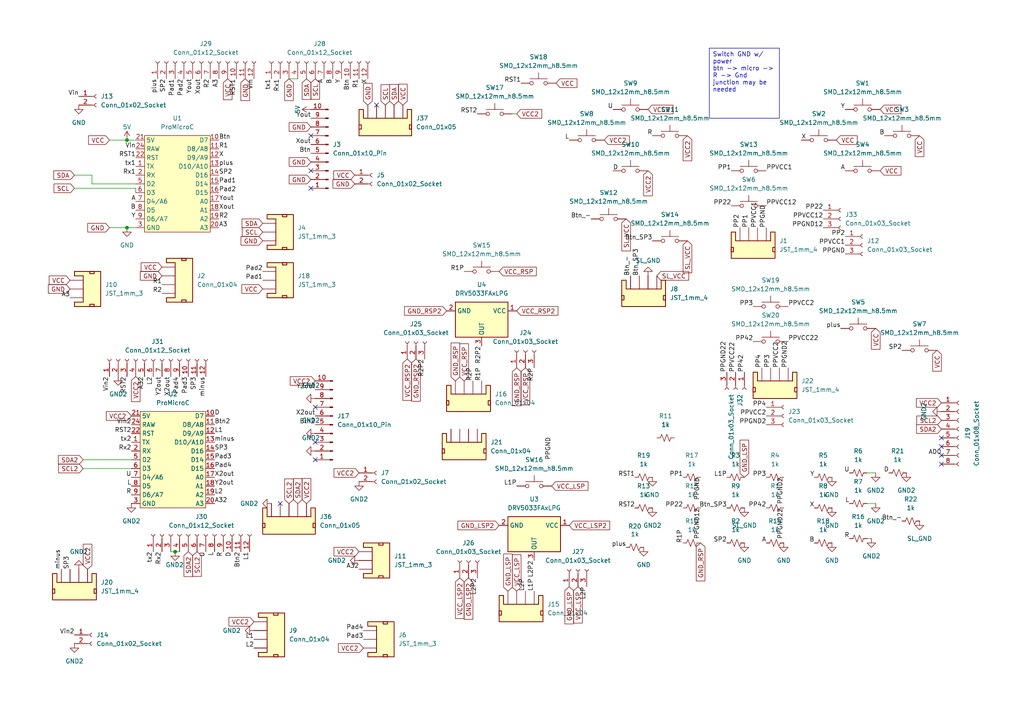
<source format=kicad_sch>
(kicad_sch (version 20250114) (generator "eeschema") (generator_version "9.0")
  (paper "A4")
  (text_box "Switch GND w/ power \nbtn -> micro -> R -> Gnd\njunction may be needed " (at 205.74 13.97 0) (size 20.32 20.32) (margins 0.9525 0.9525 0.9525 0.9525) (effects (font (size 1.27 1.27)) (justify left top)))
  (junction (at 50.8 160.02))
  (junction (at 36.83 66.04))
  (junction (at 36.83 40.64))
  (no_connect (at 273.05 134.62))
  (no_connect (at 273.05 129.54))
  (no_connect (at 91.44 133.35))
  (no_connect (at 90.17 49.53))
  (no_connect (at 90.17 54.61))
  (no_connect (at 90.17 39.37))
  (no_connect (at 109.22 30.48))
  (no_connect (at 91.44 118.11))
  (no_connect (at 273.05 127))
  (no_connect (at 273.05 132.08))
  (no_connect (at 91.44 128.27))
  (no_connect (at 81.28 146.05))
  (wire (pts (xy 21.59 54.61) (xy 39.37 54.61)))
  (wire (pts (xy 24.13 133.35) (xy 38.1 133.35)))
  (wire (pts (xy 31.75 66.04) (xy 36.83 66.04)))
  (wire (pts (xy 21.59 50.8) (xy 26.67 50.8)))
  (wire (pts (xy 36.83 40.64) (xy 39.37 40.64)))
  (wire (pts (xy 254 146.05) (xy 251.46 146.05)))
  (wire (pts (xy 36.83 66.04) (xy 39.37 66.04)))
  (wire (pts (xy 49.53 160.02) (xy 50.8 160.02)))
  (wire (pts (xy 254 137.16) (xy 251.46 137.16)))
  (wire (pts (xy 39.37 54.61) (xy 39.37 55.88)))
  (wire (pts (xy 24.13 135.89) (xy 38.1 135.89)))
  (wire (pts (xy 149.86 33.02) (xy 148.59 33.02)))
  (wire (pts (xy 26.67 53.34) (xy 39.37 53.34)))
  (wire (pts (xy 252.73 156.21) (xy 251.46 156.21)))
  (wire (pts (xy 50.8 160.02) (xy 52.07 160.02)))
  (wire (pts (xy 83.82 22.86) (xy 86.36 22.86)))
  (wire (pts (xy 26.67 50.8) (xy 26.67 53.34)))
  (wire (pts (xy 31.75 40.64) (xy 36.83 40.64)))
  (label "Pad1" (at 76.2 81.28 180))
  (label "PPGND12" (at 203.2 147.32 270))
  (label "A" (at 39.37 58.42 180))
  (label "PPVCC12" (at 238.76 63.5 180))
  (label "Y" (at 39.37 63.5 180))
  (label "PP3" (at 218.44 88.9 180))
  (label "Rx1" (at 81.28 22.86 270))
  (label "L2P" (at 152.4 171.45 90))
  (label "PPVCC1" (at 219.71 66.04 90))
  (label "plus" (at 243.84 95.25 180))
  (label "PPGND12" (at 238.76 66.04 180))
  (label "Btn_-" (at 171.45 63.5 180))
  (label "tx1" (at 39.37 48.26 180))
  (label "tx1" (at 78.74 22.86 270))
  (label "Vin2" (at 31.75 109.22 270))
  (label "L2P2" (at 154.94 162.56 270))
  (label "B" (at 256.54 39.37 180))
  (label "A3" (at 63.5 22.86 270))
  (label "R1" (at 46.99 82.55 180))
  (label "Pad4" (at 62.23 135.89 0))
  (label "PP2" (at 214.63 66.04 90))
  (label "R2P2" (at 139.7 100.33 270))
  (label "D" (at 62.23 120.65 0))
  (label "minus" (at 17.78 165.1 90))
  (label "PPVCC22" (at 228.6 99.06 0))
  (label "Y2out" (at 62.23 140.97 0))
  (label "B" (at 39.37 60.96 180))
  (label "L2" (at 62.23 143.51 0))
  (label "PPGND" (at 245.11 73.66 180))
  (label "PPVCC2" (at 226.06 106.68 90))
  (label "Rx2" (at 38.1 130.81 180))
  (label "Xout" (at 90.17 41.91 180))
  (label "Btn_-" (at 261.62 151.13 180))
  (label "Yout" (at 90.17 34.29 180))
  (label "R" (at 38.1 143.51 180))
  (label "L" (at 62.23 160.02 270))
  (label "tx2" (at 38.1 128.27 180))
  (label "R2P" (at 154.94 106.68 270))
  (label "X" (at 106.68 22.86 270))
  (label "Pad2" (at 53.34 22.86 270))
  (label "Vin" (at 39.37 43.18 180))
  (label "L" (at 38.1 140.97 180))
  (label "PPVCC2" (at 228.6 88.9 0))
  (label "D" (at 67.31 160.02 270))
  (label "L2P" (at 170.18 170.18 270))
  (label "R1" (at 104.14 22.86 270))
  (label "Btn2" (at 91.44 123.19 180))
  (label "RST2" (at 138.43 33.02 180))
  (label "tx2" (at 44.45 160.02 270))
  (label "PP4" (at 220.98 106.68 90))
  (label "PPGND2" (at 222.25 123.19 180))
  (label "Y" (at 236.22 138.43 180))
  (label "PPVCC1" (at 222.25 49.53 0))
  (label "Btn2" (at 69.85 160.02 270))
  (label "U" (at 177.8 31.75 180))
  (label "U" (at 246.38 137.16 180))
  (label "A32" (at 104.14 165.1 180))
  (label "PPGND" (at 160.02 133.35 90))
  (label "Yout" (at 63.5 58.42 0))
  (label "RST1" (at 184.15 138.43 180))
  (label "Btn" (at 63.5 40.64 0))
  (label "X" (at 236.22 147.32 180))
  (label "Pad3" (at 105.41 185.42 180))
  (label "L2P2" (at 138.43 167.64 270))
  (label "SP3" (at 57.15 109.22 270))
  (label "Y2out" (at 46.99 109.22 270))
  (label "X2out" (at 91.44 120.65 180))
  (label "Pad4" (at 105.41 182.88 180))
  (label "RST1" (at 39.37 45.72 180))
  (label "PP3" (at 222.25 138.43 180))
  (label "R1P" (at 134.62 78.74 180))
  (label "A32" (at 41.91 109.22 270))
  (label "Btn_-" (at 182.88 80.01 90))
  (label "PP42" (at 222.25 147.32 180))
  (label "A" (at 222.25 157.48 180))
  (label "B" (at 96.52 22.86 270))
  (label "Pad3" (at 62.23 133.35 0))
  (label "PPGND" (at 222.25 66.04 90))
  (label "plus" (at 181.61 158.75 180))
  (label "L1" (at 72.39 160.02 270))
  (label "L1" (at 73.66 185.42 180))
  (label "Vin2" (at 38.1 123.19 180))
  (label "SP3" (at 62.23 130.81 0))
  (label "PPGND22" (at 227.33 147.32 270))
  (label "Y" (at 99.06 22.86 270))
  (label "PPVCC12" (at 222.25 59.69 0))
  (label "PP22" (at 212.09 59.69 180))
  (label "minus" (at 62.23 128.27 0))
  (label "U" (at 38.1 138.43 180))
  (label "RST2" (at 184.15 147.32 180))
  (label "Pad4" (at 52.07 109.22 270))
  (label "Btn" (at 90.17 44.45 180))
  (label "L2" (at 44.45 109.22 270))
  (label "R1" (at 63.5 43.18 0))
  (label "Pad3" (at 54.61 109.22 270))
  (label "Rx1" (at 39.37 50.8 180))
  (label "R2" (at 60.96 22.86 270))
  (label "SP2" (at 261.62 101.6 180))
  (label "R" (at 64.77 160.02 270))
  (label "PPGND2" (at 228.6 106.68 90))
  (label "X" (at 63.5 45.72 0))
  (label "SP3" (at 20.32 165.1 90))
  (label "D" (at 257.81 137.16 180))
  (label "Btn2" (at 62.23 123.19 0))
  (label "Btn_SP3" (at 189.23 69.85 180))
  (label "PPVCC22" (at 213.36 107.95 90))
  (label "L1P" (at 149.86 140.97 180))
  (label "Xout" (at 63.5 60.96 0))
  (label "RST1" (at 151.13 24.13 180))
  (label "AD0" (at 273.05 132.08 180))
  (label "X" (at 232.41 40.64 0))
  (label "R2P2" (at 123.19 104.14 270))
  (label "R" (at 189.23 39.37 180))
  (label "Y2out" (at 91.44 113.03 180))
  (label "Pad1" (at 50.8 22.86 270))
  (label "plus" (at 45.72 22.86 270))
  (label "Y" (at 245.11 31.75 180))
  (label "R1P" (at 198.12 157.48 90))
  (label "L1P" (at 210.82 138.43 180))
  (label "L2" (at 73.66 187.96 180))
  (label "Btn_SP3" (at 210.82 147.32 180))
  (label "L1" (at 62.23 125.73 0))
  (label "L1P" (at 154.94 171.45 90))
  (label "PPGND22" (at 210.82 107.95 90))
  (label "PP1" (at 212.09 49.53 180))
  (label "Pad1" (at 63.5 53.34 0))
  (label "Vin2" (at 21.59 184.15 180))
  (label "PP4" (at 222.25 118.11 180))
  (label "A3" (at 20.32 86.36 180))
  (label "PP42" (at 218.44 99.06 180))
  (label "SP2" (at 210.82 157.48 180))
  (label "Btn" (at 101.6 22.86 270))
  (label "PPVCC1" (at 245.11 71.12 180))
  (label "A3" (at 63.5 66.04 0))
  (label "PP22" (at 198.12 147.32 180))
  (label "SP2" (at 63.5 50.8 0))
  (label "R" (at 246.38 156.21 180))
  (label "Vin" (at 73.66 22.86 270))
  (label "X2out" (at 62.23 138.43 0))
  (label "B" (at 236.22 157.48 180))
  (label "PPGND2" (at 227.33 138.43 270))
  (label "R1P" (at 139.7 110.49 90))
  (label "PP1" (at 198.12 138.43 180))
  (label "D" (at 177.8 49.53 0))
  (label "A" (at 245.11 49.53 180))
  (label "Yout" (at 55.88 22.86 270))
  (label "U" (at 59.69 160.02 270))
  (label "L" (at 246.38 146.05 180))
  (label "RST2" (at 36.83 109.22 270))
  (label "RST2" (at 38.1 125.73 180))
  (label "Btn_SP3" (at 185.42 80.01 90))
  (label "PPVCC2" (at 222.25 120.65 180))
  (label "A32" (at 62.23 146.05 0))
  (label "R2" (at 63.5 63.5 0))
  (label "L" (at 165.1 40.64 180))
  (label "PPGND" (at 203.2 138.43 270))
  (label "PP1" (at 217.17 66.04 90))
  (label "R2P" (at 137.16 110.49 90))
  (label "PP22" (at 238.76 60.96 180))
  (label "Vin" (at 22.86 27.94 180))
  (label "SP2" (at 48.26 22.86 270))
  (label "Pad2" (at 76.2 78.74 180))
  (label "plus" (at 63.5 48.26 0))
  (label "minus" (at 59.69 109.22 270))
  (label "Rx2" (at 46.99 160.02 270))
  (label "Xout" (at 58.42 22.86 270))
  (label "PP3" (at 223.52 106.68 90))
  (label "PP2" (at 245.11 68.58 180))
  (label "R2" (at 46.99 85.09 180))
  (label "Pad2" (at 63.5 55.88 0))
  (label "A" (at 93.98 22.86 270))
  (label "RST1" (at 68.58 22.86 270))
  (label "X2out" (at 49.53 109.22 270))
  (label "PP42" (at 215.9 107.95 90))
  (global_label "VCC_LSP" (shape input) (at 149.86 171.45 90) (property "Intersheetrefs" "${INTERSHEET_REFS}" (effects (hide yes))))
  (global_label "VCC_LSP" (shape input) (at 160.02 140.97 0) (property "Intersheetrefs" "${INTERSHEET_REFS}" (effects (hide yes))))
  (global_label "SCL" (shape input) (at 111.76 30.48 90) (property "Intersheetrefs" "${INTERSHEET_REFS}" (effects (hide yes))))
  (global_label "SDA2" (shape input) (at 24.13 133.35 180) (property "Intersheetrefs" "${INTERSHEET_REFS}" (effects (hide yes))))
  (global_label "VCC2" (shape input) (at 104.14 137.16 180) (property "Intersheetrefs" "${INTERSHEET_REFS}" (effects (hide yes))))
  (global_label "GND" (shape input) (at 83.82 22.86 270) (property "Intersheetrefs" "${INTERSHEET_REFS}" (effects (hide yes))))
  (global_label "VCC_RSP2" (shape input) (at 118.11 104.14 270) (property "Intersheetrefs" "${INTERSHEET_REFS}" (effects (hide yes))))
  (global_label "SCL2" (shape input) (at 83.82 146.05 90) (property "Intersheetrefs" "${INTERSHEET_REFS}" (effects (hide yes))))
  (global_label "VCC2" (shape input) (at 88.9 146.05 90) (property "Intersheetrefs" "${INTERSHEET_REFS}" (effects (hide yes))))
  (global_label "SDA2" (shape input) (at 54.61 160.02 270) (property "Intersheetrefs" "${INTERSHEET_REFS}" (effects (hide yes))))
  (global_label "VCC" (shape input) (at 255.27 49.53 0) (property "Intersheetrefs" "${INTERSHEET_REFS}" (effects (hide yes))))
  (global_label "GND_LSP2" (shape input) (at 135.89 167.64 270) (property "Intersheetrefs" "${INTERSHEET_REFS}" (effects (hide yes))))
  (global_label "VCC2" (shape input) (at 199.39 39.37 270) (property "Intersheetrefs" "${INTERSHEET_REFS}" (effects (hide yes))))
  (global_label "VCC2" (shape input) (at 38.1 120.65 180) (property "Intersheetrefs" "${INTERSHEET_REFS}" (effects (hide yes))))
  (global_label "SDA2" (shape input) (at 273.05 124.46 180) (property "Intersheetrefs" "${INTERSHEET_REFS}" (effects (hide yes))))
  (global_label "SCL2" (shape input) (at 273.05 121.92 180) (property "Intersheetrefs" "${INTERSHEET_REFS}" (effects (hide yes))))
  (global_label "VCC2" (shape input) (at 187.96 49.53 270) (property "Intersheetrefs" "${INTERSHEET_REFS}" (effects (hide yes))))
  (global_label "GND_RSP" (shape input) (at 149.86 106.68 270) (property "Intersheetrefs" "${INTERSHEET_REFS}" (effects (hide yes))))
  (global_label "GND_RSP2" (shape input) (at 120.65 104.14 270) (property "Intersheetrefs" "${INTERSHEET_REFS}" (effects (hide yes))))
  (global_label "SDA2" (shape input) (at 86.36 146.05 90) (property "Intersheetrefs" "${INTERSHEET_REFS}" (effects (hide yes))))
  (global_label "GND_RSP2" (shape input) (at 129.54 90.17 180) (property "Intersheetrefs" "${INTERSHEET_REFS}" (effects (hide yes))))
  (global_label "GND_RSP" (shape input) (at 132.08 110.49 90) (property "Intersheetrefs" "${INTERSHEET_REFS}" (effects (hide yes))))
  (global_label "GND_LSP" (shape input) (at 147.32 171.45 90) (property "Intersheetrefs" "${INTERSHEET_REFS}" (effects (hide yes))))
  (global_label "VCC2" (shape input) (at 175.26 40.64 0) (property "Intersheetrefs" "${INTERSHEET_REFS}" (effects (hide yes))))
  (global_label "VCC2" (shape input) (at 104.14 160.02 180) (property "Intersheetrefs" "${INTERSHEET_REFS}" (effects (hide yes))))
  (global_label "VCC" (shape input) (at 66.04 22.86 270) (property "Intersheetrefs" "${INTERSHEET_REFS}" (effects (hide yes))))
  (global_label "GND_RSP" (shape input) (at 203.2 157.48 270) (property "Intersheetrefs" "${INTERSHEET_REFS}" (effects (hide yes))))
  (global_label "VCC" (shape input) (at 242.57 40.64 0) (property "Intersheetrefs" "${INTERSHEET_REFS}" (effects (hide yes))))
  (global_label "GND" (shape input) (at 106.68 30.48 90) (property "Intersheetrefs" "${INTERSHEET_REFS}" (effects (hide yes))))
  (global_label "GND" (shape input) (at 31.75 66.04 180) (property "Intersheetrefs" "${INTERSHEET_REFS}" (effects (hide yes))))
  (global_label "VCC2" (shape input) (at 187.96 31.75 0) (property "Intersheetrefs" "${INTERSHEET_REFS}" (effects (hide yes))))
  (global_label "SDA" (shape input) (at 76.2 64.77 180) (property "Intersheetrefs" "${INTERSHEET_REFS}" (effects (hide yes))))
  (global_label "GND_LSP2" (shape input) (at 144.78 152.4 180) (property "Intersheetrefs" "${INTERSHEET_REFS}" (effects (hide yes))))
  (global_label "VCC" (shape input) (at 161.29 24.13 0) (property "Intersheetrefs" "${INTERSHEET_REFS}" (effects (hide yes))))
  (global_label "VCC" (shape input) (at 266.7 39.37 270) (property "Intersheetrefs" "${INTERSHEET_REFS}" (effects (hide yes))))
  (global_label "VCC2" (shape input) (at 73.66 180.34 180) (property "Intersheetrefs" "${INTERSHEET_REFS}" (effects (hide yes))))
  (global_label "VCC2" (shape input) (at 105.41 187.96 180) (property "Intersheetrefs" "${INTERSHEET_REFS}" (effects (hide yes))))
  (global_label "VCC_RSP" (shape input) (at 152.4 106.68 270) (property "Intersheetrefs" "${INTERSHEET_REFS}" (effects (hide yes))))
  (global_label "VCC2" (shape input) (at 25.4 165.1 90) (property "Intersheetrefs" "${INTERSHEET_REFS}" (effects (hide yes))))
  (global_label "SCL2" (shape input) (at 57.15 160.02 270) (property "Intersheetrefs" "${INTERSHEET_REFS}" (effects (hide yes))))
  (global_label "GND" (shape input) (at 102.87 53.34 180) (property "Intersheetrefs" "${INTERSHEET_REFS}" (effects (hide yes))))
  (global_label "SDA" (shape input) (at 114.3 30.48 90) (property "Intersheetrefs" "${INTERSHEET_REFS}" (effects (hide yes))))
  (global_label "VCC" (shape input) (at 254 95.25 270) (property "Intersheetrefs" "${INTERSHEET_REFS}" (effects (hide yes))))
  (global_label "VCC" (shape input) (at 31.75 40.64 180) (property "Intersheetrefs" "${INTERSHEET_REFS}" (effects (hide yes))))
  (global_label "SCL" (shape input) (at 21.59 54.61 180) (property "Intersheetrefs" "${INTERSHEET_REFS}" (effects (hide yes))))
  (global_label "GND" (shape input) (at 46.99 80.01 180) (property "Intersheetrefs" "${INTERSHEET_REFS}" (effects (hide yes))))
  (global_label "VCC_LSP" (shape input) (at 167.64 170.18 270) (property "Intersheetrefs" "${INTERSHEET_REFS}" (effects (hide yes))))
  (global_label "GND" (shape input) (at 90.17 36.83 180) (property "Intersheetrefs" "${INTERSHEET_REFS}" (effects (hide yes))))
  (global_label "VCC_RSP" (shape input) (at 134.62 110.49 90) (property "Intersheetrefs" "${INTERSHEET_REFS}" (effects (hide yes))))
  (global_label "VCC_LSP2" (shape input) (at 165.1 152.4 0) (property "Intersheetrefs" "${INTERSHEET_REFS}" (effects (hide yes))))
  (global_label "GND_LSP" (shape input) (at 165.1 170.18 270) (property "Intersheetrefs" "${INTERSHEET_REFS}" (effects (hide yes))))
  (global_label "GND" (shape input) (at 90.17 46.99 180) (property "Intersheetrefs" "${INTERSHEET_REFS}" (effects (hide yes))))
  (global_label "VCC2" (shape input) (at 39.37 109.22 270) (property "Intersheetrefs" "${INTERSHEET_REFS}" (effects (hide yes))))
  (global_label "GND" (shape input) (at 71.12 22.86 270) (property "Intersheetrefs" "${INTERSHEET_REFS}" (effects (hide yes))))
  (global_label "SL_VCC" (shape input) (at 181.61 63.5 270) (property "Intersheetrefs" "${INTERSHEET_REFS}" (effects (hide yes))))
  (global_label "VCC" (shape input) (at 255.27 31.75 0) (property "Intersheetrefs" "${INTERSHEET_REFS}" (effects (hide yes))))
  (global_label "VCC_RSP" (shape input) (at 144.78 78.74 0) (property "Intersheetrefs" "${INTERSHEET_REFS}" (effects (hide yes))))
  (global_label "SCL" (shape input) (at 91.44 22.86 270) (property "Intersheetrefs" "${INTERSHEET_REFS}" (effects (hide yes))))
  (global_label "VCC2" (shape input) (at 149.86 33.02 0) (property "Intersheetrefs" "${INTERSHEET_REFS}" (effects (hide yes))))
  (global_label "GND_LSP" (shape input) (at 215.9 138.43 90) (property "Intersheetrefs" "${INTERSHEET_REFS}" (effects (hide yes))))
  (global_label "VCC" (shape input) (at 271.78 101.6 270) (property "Intersheetrefs" "${INTERSHEET_REFS}" (effects (hide yes))))
  (global_label "SL_VCC" (shape input) (at 199.39 69.85 270) (property "Intersheetrefs" "${INTERSHEET_REFS}" (effects (hide yes))))
  (global_label "VCC" (shape input) (at 46.99 77.47 180) (property "Intersheetrefs" "${INTERSHEET_REFS}" (effects (hide yes))))
  (global_label "GND" (shape input) (at 20.32 83.82 180) (property "Intersheetrefs" "${INTERSHEET_REFS}" (effects (hide yes))))
  (global_label "VCC_RSP2" (shape input) (at 149.86 90.17 0) (property "Intersheetrefs" "${INTERSHEET_REFS}" (effects (hide yes))))
  (global_label "VCC2" (shape input) (at 273.05 116.84 180) (property "Intersheetrefs" "${INTERSHEET_REFS}" (effects (hide yes))))
  (global_label "SL_VCC" (shape input) (at 190.5 80.01 0) (property "Intersheetrefs" "${INTERSHEET_REFS}" (effects (hide yes))))
  (global_label "GND" (shape input) (at 76.2 69.85 180) (property "Intersheetrefs" "${INTERSHEET_REFS}" (effects (hide yes))))
  (global_label "SCL" (shape input) (at 76.2 67.31 180) (property "Intersheetrefs" "${INTERSHEET_REFS}" (effects (hide yes))))
  (global_label "VCC" (shape input) (at 102.87 50.8 180) (property "Intersheetrefs" "${INTERSHEET_REFS}" (effects (hide yes))))
  (global_label "VCC2" (shape input) (at 91.44 110.49 180) (property "Intersheetrefs" "${INTERSHEET_REFS}" (effects (hide yes))))
  (global_label "GND" (shape input) (at 90.17 52.07 180) (property "Intersheetrefs" "${INTERSHEET_REFS}" (effects (hide yes))))
  (global_label "SCL2" (shape input) (at 24.13 135.89 180) (property "Intersheetrefs" "${INTERSHEET_REFS}" (effects (hide yes))))
  (global_label "VCC" (shape input) (at 76.2 83.82 180) (property "Intersheetrefs" "${INTERSHEET_REFS}" (effects (hide yes))))
  (global_label "VCC" (shape input) (at 20.32 81.28 180) (property "Intersheetrefs" "${INTERSHEET_REFS}" (effects (hide yes))))
  (global_label "VCC_LSP2" (shape input) (at 133.35 167.64 270) (property "Intersheetrefs" "${INTERSHEET_REFS}" (effects (hide yes))))
  (global_label "VCC" (shape input) (at 116.84 30.48 90) (property "Intersheetrefs" "${INTERSHEET_REFS}" (effects (hide yes))))
  (global_label "SDA" (shape input) (at 21.59 50.8 180) (property "Intersheetrefs" "${INTERSHEET_REFS}" (effects (hide yes))))
  (global_label "SDA" (shape input) (at 88.9 22.86 270) (property "Intersheetrefs" "${INTERSHEET_REFS}" (effects (hide yes))))
  (symbol (lib_id "PCM_SparkFun-Switch:SPST_Push_SMD_12x12mm_h8.5mm") (at 156.21 24.13 0) (unit 1)
    (property "Reference" "SW18" (at 156.21 16.51 0))
    (property "Value" "SMD_12x12mm_h8.5mm" (at 156.21 19.05 0))
    (property "Footprint" "Button_Switch_SMD:SW_Tactile_SPST_NO_Straight_CK_PTS636Sx25SMTRLFS" (effects (hide yes)))
    (property "Datasheet" "https://cdn.sparkfun.com/datasheets/Components/Switches/N301102.pdf" (effects (hide yes)))
    (property "Description" "Single Pole Single Throw (SPST) switch" (effects (hide yes)))
    (property "PROD_ID" "SWCH-11967" (effects (hide yes)))
    (property "Mfg Part#" "EG4904TR-ND" (effects (hide yes)))
  )
  (symbol (lib_id "power:GND") (at 36.83 66.04 0) (unit 1)
    (property "Reference" "#PWR01" (effects (hide yes)))
    (property "Value" "GND" (at 36.83 71.12 0))
    (property "Description" "Power symbol creates a global label with name \"GND\" , ground" (effects (hide yes)))
  )
  (symbol (lib_id "PCM_SparkFun-Switch:SPST_Push_SMD_12x12mm_h8.5mm") (at 143.51 33.02 0) (unit 1)
    (property "Reference" "SW17" (at 143.51 25.4 0))
    (property "Value" "SMD_12x12mm_h8.5mm" (at 143.51 27.94 0))
    (property "Footprint" "Button_Switch_SMD:SW_Tactile_SPST_NO_Straight_CK_PTS636Sx25SMTRLFS" (effects (hide yes)))
    (property "Datasheet" "https://cdn.sparkfun.com/datasheets/Components/Switches/N301102.pdf" (effects (hide yes)))
    (property "Description" "Single Pole Single Throw (SPST) switch" (effects (hide yes)))
    (property "PROD_ID" "SWCH-11967" (effects (hide yes)))
    (property "Mfg Part#" "EG4904TR-ND" (effects (hide yes)))
  )
  (symbol (lib_id "PCM_SparkFun-Connector:Conn_01x04_JST_P2.0mm_Horizontal_SMD") (at 52.07 80.01 0) (unit 1)
    (property "Reference" "J2" (at 57.15 80.0099 0) (effects (justify left)))
    (property "Value" "Conn_01x04" (at 57.15 82.5499 0) (effects (justify left)))
    (property "Footprint" "Connector_JST:JST_GH_BM04B-GHS-TBT_1x04-1MP_P1.25mm_Vertical" (effects (hide yes)))
    (property "Datasheet" "https://www.sparkfun.com/datasheets/Prototyping/ePH.pdf" (effects (hide yes)))
    (property "Description" "Single row 4 pin connector" (effects (hide yes)))
    (property "SparkFun" "PRT-09916" (effects (hide yes)))
  )
  (symbol (lib_id "PCM_SparkFun-Resistor:1k_0402") (at 200.66 138.43 0) (unit 1)
    (property "Reference" "R17" (at 200.66 132.08 0))
    (property "Value" "1k" (at 200.66 134.62 0))
    (property "Footprint" "PCM_SparkFun-Resistor:R_0805_2012Metric" (effects (hide yes)))
    (property "Datasheet" "https://www.vishay.com/docs/20035/dcrcwe3.pdf" (effects (hide yes)))
    (property "Description" "Resistor" (effects (hide yes)))
    (property "PROD_ID" "RES-14342" (effects (hide yes)))
  )
  (symbol (lib_id "Connector:Conn_01x12_Socket") (at 91.44 17.78 90) (unit 1)
    (property "Reference" "J28" (at 92.71 12.7 90))
    (property "Value" "Conn_01x12_Socket" (at 92.71 15.24 90))
    (property "Footprint" "Connector_PinSocket_2.54mm:PinSocket_1x12_P2.54mm_Vertical" (effects (hide yes)))
    (property "Description" "Generic connector, single row, 01x12, script generated" (effects (hide yes)))
  )
  (symbol (lib_id "PCM_SparkFun-Switch:SPST_Push_SMD_12x12mm_h8.5mm") (at 217.17 49.53 0) (unit 1)
    (property "Reference" "SW13" (at 217.17 41.91 0))
    (property "Value" "SMD_12x12mm_h8.5mm" (at 217.17 44.45 0))
    (property "Footprint" "Button_Switch_SMD:SW_Tactile_SPST_NO_Straight_CK_PTS636Sx25SMTRLFS" (effects (hide yes)))
    (property "Datasheet" "https://cdn.sparkfun.com/datasheets/Components/Switches/N301102.pdf" (effects (hide yes)))
    (property "Description" "Single Pole Single Throw (SPST) switch" (effects (hide yes)))
    (property "PROD_ID" "SWCH-11967" (effects (hide yes)))
    (property "Mfg Part#" "EG4904TR-ND" (effects (hide yes)))
  )
  (symbol (lib_id "PCM_SparkFun-Resistor:1k_0402") (at 224.79 147.32 0) (unit 1)
    (property "Reference" "R1" (at 224.79 140.97 0))
    (property "Value" "1k" (at 224.79 143.51 0))
    (property "Footprint" "PCM_SparkFun-Resistor:R_0805_2012Metric" (effects (hide yes)))
    (property "Datasheet" "https://www.vishay.com/docs/20035/dcrcwe3.pdf" (effects (hide yes)))
    (property "Description" "Resistor" (effects (hide yes)))
    (property "PROD_ID" "RES-14342" (effects (hide yes)))
  )
  (symbol (lib_id "Connector:Conn_01x12_Socket") (at 57.15 154.94 90) (unit 1)
    (property "Reference" "J30" (at 58.42 149.86 90))
    (property "Value" "Conn_01x12_Socket" (at 58.42 152.4 90))
    (property "Footprint" "Connector_PinSocket_2.54mm:PinSocket_1x12_P2.54mm_Vertical" (effects (hide yes)))
    (property "Description" "Generic connector, single row, 01x12, script generated" (effects (hide yes)))
  )
  (symbol (lib_id "Sensor_Magnetic:DRV5033FAxLPG") (at 139.7 92.71 270) (unit 1)
    (property "Reference" "U4" (at 139.7 82.55 90))
    (property "Value" "DRV5033FAxLPG" (at 139.7 85.09 90))
    (property "Footprint" "Package_TO_SOT_THT:TO-92_Inline" (effects (hide yes)))
    (property "Datasheet" "https://www.ti.com/lit/ds/symlink/drv5033.pdf" (effects (hide yes)))
    (property "Description" "±3.5 / ±2 mT, 20-kHz, 2-38V, TO-92" (effects (hide yes)))
  )
  (symbol (lib_id "power:GND") (at 254 146.05 0) (unit 1)
    (property "Reference" "#PWR017" (effects (hide yes)))
    (property "Value" "GND2" (at 254 151.13 0))
    (property "Description" "Power symbol creates a global label with name \"GND\" , ground" (effects (hide yes)))
  )
  (symbol (lib_id "PCM_SparkFun-Resistor:1k_0402") (at 186.69 147.32 0) (unit 1)
    (property "Reference" "R13" (at 186.69 140.97 0))
    (property "Value" "1k" (at 186.69 143.51 0))
    (property "Footprint" "PCM_SparkFun-Resistor:R_0805_2012Metric" (effects (hide yes)))
    (property "Datasheet" "https://www.vishay.com/docs/20035/dcrcwe3.pdf" (effects (hide yes)))
    (property "Description" "Resistor" (effects (hide yes)))
    (property "PROD_ID" "RES-14342" (effects (hide yes)))
  )
  (symbol (lib_id "PCM_SparkFun-Resistor:1k_0402") (at 248.92 156.21 0) (unit 1)
    (property "Reference" "R16" (at 248.92 149.86 0))
    (property "Value" "1k" (at 248.92 152.4 0))
    (property "Footprint" "PCM_SparkFun-Resistor:R_0805_2012Metric" (effects (hide yes)))
    (property "Datasheet" "https://www.vishay.com/docs/20035/dcrcwe3.pdf" (effects (hide yes)))
    (property "Description" "Resistor" (effects (hide yes)))
    (property "PROD_ID" "RES-14342" (effects (hide yes)))
  )
  (symbol (lib_id "PCM_SparkFun-Switch:SPST_Push_SMD_12x12mm_h8.5mm") (at 250.19 49.53 0) (unit 1)
    (property "Reference" "SW4" (at 250.19 41.91 0))
    (property "Value" "SMD_12x12mm_h8.5mm" (at 250.19 44.45 0))
    (property "Footprint" "Button_Switch_SMD:SW_Tactile_SPST_NO_Straight_CK_PTS636Sx25SMTRLFS" (effects (hide yes)))
    (property "Datasheet" "https://cdn.sparkfun.com/datasheets/Components/Switches/N301102.pdf" (effects (hide yes)))
    (property "Description" "Single Pole Single Throw (SPST) switch" (effects (hide yes)))
    (property "PROD_ID" "SWCH-11967" (effects (hide yes)))
    (property "Mfg Part#" "EG4904TR-ND" (effects (hide yes)))
  )
  (symbol (lib_id "power:GND") (at 262.89 137.16 0) (unit 1)
    (property "Reference" "#PWR010" (effects (hide yes)))
    (property "Value" "GND2" (at 262.89 142.24 0))
    (property "Description" "Power symbol creates a global label with name \"GND\" , ground" (effects (hide yes)))
  )
  (symbol (lib_id "PCM_SparkFun-Resistor:1k_0402") (at 224.79 138.43 0) (unit 1)
    (property "Reference" "R4" (at 224.79 132.08 0))
    (property "Value" "1k" (at 224.79 134.62 0))
    (property "Footprint" "PCM_SparkFun-Resistor:R_0805_2012Metric" (effects (hide yes)))
    (property "Datasheet" "https://www.vishay.com/docs/20035/dcrcwe3.pdf" (effects (hide yes)))
    (property "Description" "Resistor" (effects (hide yes)))
    (property "PROD_ID" "RES-14342" (effects (hide yes)))
  )
  (symbol (lib_id "PCM_SparkFun-Resistor:1k_0402") (at 248.92 137.16 0) (unit 1)
    (property "Reference" "R6" (at 248.92 130.81 0))
    (property "Value" "1k" (at 248.92 133.35 0))
    (property "Footprint" "PCM_SparkFun-Resistor:R_0805_2012Metric" (effects (hide yes)))
    (property "Datasheet" "https://www.vishay.com/docs/20035/dcrcwe3.pdf" (effects (hide yes)))
    (property "Description" "Resistor" (effects (hide yes)))
    (property "PROD_ID" "RES-14342" (effects (hide yes)))
  )
  (symbol (lib_id "PCM_SparkFun-Board:ProMicroC") (at 40.64 118.11 0) (unit 1)
    (property "Reference" "U2" (at 50.165 114.3 0))
    (property "Value" "ProMicroC" (at 50.165 116.84 0))
    (property "Footprint" "PCM_SparkFun-Board:ProMicroC" (effects (hide yes)))
    (property "Datasheet" "https://www.sparkfun.com/products/15795" (effects (hide yes)))
  )
  (symbol (lib_id "Connector:Conn_01x02_Socket") (at 27.94 27.94 0) (unit 1)
    (property "Reference" "J13" (at 29.21 27.9399 0) (effects (justify left)))
    (property "Value" "Conn_01x02_Socket" (at 29.21 30.4799 0) (effects (justify left)))
    (property "Footprint" "Connector_PinSocket_2.54mm:PinSocket_1x02_P2.54mm_Vertical" (effects (hide yes)))
    (property "Description" "Generic connector, single row, 01x02, script generated" (effects (hide yes)))
  )
  (symbol (lib_id "Connector:Conn_01x03_Socket") (at 213.36 113.03 270) (unit 1)
    (property "Reference" "J32" (at 214.6301 114.3 0) (effects (justify left)))
    (property "Value" "Conn_01x03_Socket" (at 212.0901 114.3 0) (effects (justify left)))
    (property "Footprint" "Connector_PinSocket_2.54mm:PinSocket_1x03_P2.54mm_Vertical" (effects (hide yes)))
    (property "Description" "Generic connector, single row, 01x03, script generated" (effects (hide yes)))
  )
  (symbol (lib_id "power:GND") (at 189.23 138.43 0) (unit 1)
    (property "Reference" "#PWR042" (effects (hide yes)))
    (property "Value" "GND" (at 189.23 143.51 0))
    (property "Description" "Power symbol creates a global label with name \"GND\" , ground" (effects (hide yes)))
  )
  (symbol (lib_id "Connector:Conn_01x03_Socket") (at 243.84 63.5 0) (unit 1)
    (property "Reference" "J33" (at 245.11 62.2299 0) (effects (justify left)))
    (property "Value" "Conn_01x03_Socket" (at 245.11 64.7699 0) (effects (justify left)))
    (property "Footprint" "Connector_PinSocket_2.54mm:PinSocket_1x03_P2.54mm_Vertical" (effects (hide yes)))
    (property "Description" "Generic connector, single row, 01x03, script generated" (effects (hide yes)))
  )
  (symbol (lib_id "PCM_SparkFun-Switch:SPST_Push_SMD_12x12mm_h8.5mm") (at 194.31 69.85 0) (unit 1)
    (property "Reference" "SW14" (at 194.31 62.23 0))
    (property "Value" "SMD_12x12mm_h8.5mm" (at 194.31 64.77 0))
    (property "Footprint" "Button_Switch_SMD:SW_Tactile_SPST_NO_Straight_CK_PTS636Sx25SMTRLFS" (effects (hide yes)))
    (property "Datasheet" "https://cdn.sparkfun.com/datasheets/Components/Switches/N301102.pdf" (effects (hide yes)))
    (property "Description" "Single Pole Single Throw (SPST) switch" (effects (hide yes)))
    (property "PROD_ID" "SWCH-11967" (effects (hide yes)))
    (property "Mfg Part#" "EG4904TR-ND" (effects (hide yes)))
  )
  (symbol (lib_id "power:GND") (at 215.9 157.48 0) (unit 1)
    (property "Reference" "#PWR025" (effects (hide yes)))
    (property "Value" "GND" (at 215.9 162.56 0))
    (property "Description" "Power symbol creates a global label with name \"GND\" , ground" (effects (hide yes)))
  )
  (symbol (lib_id "PCM_SparkFun-Resistor:1k_0402") (at 213.36 157.48 0) (unit 1)
    (property "Reference" "R2" (at 213.36 151.13 0))
    (property "Value" "1k" (at 213.36 153.67 0))
    (property "Footprint" "PCM_SparkFun-Resistor:R_0805_2012Metric" (effects (hide yes)))
    (property "Datasheet" "https://www.vishay.com/docs/20035/dcrcwe3.pdf" (effects (hide yes)))
    (property "Description" "Resistor" (effects (hide yes)))
    (property "PROD_ID" "RES-14342" (effects (hide yes)))
  )
  (symbol (lib_id "PCM_SparkFun-Resistor:1k_0402") (at 238.76 138.43 0) (unit 1)
    (property "Reference" "R5" (at 238.76 132.08 0))
    (property "Value" "1k" (at 238.76 134.62 0))
    (property "Footprint" "PCM_SparkFun-Resistor:R_0805_2012Metric" (effects (hide yes)))
    (property "Datasheet" "https://www.vishay.com/docs/20035/dcrcwe3.pdf" (effects (hide yes)))
    (property "Description" "Resistor" (effects (hide yes)))
    (property "PROD_ID" "RES-14342" (effects (hide yes)))
  )
  (symbol (lib_id "Connector:Conn_01x03_Socket") (at 250.19 71.12 0) (unit 1)
    (property "Reference" "J12" (at 251.46 69.8499 0) (effects (justify left)))
    (property "Value" "Conn_01x03_Socket" (at 251.46 72.3899 0) (effects (justify left)))
    (property "Footprint" "Connector_PinSocket_2.54mm:PinSocket_1x03_P2.54mm_Vertical" (effects (hide yes)))
    (property "Description" "Generic connector, single row, 01x03, script generated" (effects (hide yes)))
  )
  (symbol (lib_id "PCM_SparkFun-Switch:SPST_Push_SMD_12x12mm_h8.5mm") (at 266.7 101.6 0) (unit 1)
    (property "Reference" "SW7" (at 266.7 93.98 0))
    (property "Value" "SMD_12x12mm_h8.5mm" (at 266.7 96.52 0))
    (property "Footprint" "Button_Switch_SMD:SW_Tactile_SPST_NO_Straight_CK_PTS636Sx25SMTRLFS" (effects (hide yes)))
    (property "Datasheet" "https://cdn.sparkfun.com/datasheets/Components/Switches/N301102.pdf" (effects (hide yes)))
    (property "Description" "Single Pole Single Throw (SPST) switch" (effects (hide yes)))
    (property "PROD_ID" "SWCH-11967" (effects (hide yes)))
    (property "Mfg Part#" "EG4904TR-ND" (effects (hide yes)))
  )
  (symbol (lib_id "PCM_SparkFun-Resistor:1k_0402") (at 213.36 147.32 0) (unit 1)
    (property "Reference" "R9" (at 213.36 140.97 0))
    (property "Value" "1k" (at 213.36 143.51 0))
    (property "Footprint" "PCM_SparkFun-Resistor:R_0805_2012Metric" (effects (hide yes)))
    (property "Datasheet" "https://www.vishay.com/docs/20035/dcrcwe3.pdf" (effects (hide yes)))
    (property "Description" "Resistor" (effects (hide yes)))
    (property "PROD_ID" "RES-14342" (effects (hide yes)))
  )
  (symbol (lib_id "power:GND") (at 187.96 80.01 180) (unit 1)
    (property "Reference" "#PWR08" (effects (hide yes)))
    (property "Value" "SL_GND" (at 187.96 75.5629 0))
    (property "Description" "Power symbol creates a global label with name \"GND\" , ground" (effects (hide yes)))
  )
  (symbol (lib_id "PCM_SparkFun-Resistor:1k_0402") (at 224.79 157.48 0) (unit 1)
    (property "Reference" "R14" (at 224.79 151.13 0))
    (property "Value" "1k" (at 224.79 153.67 0))
    (property "Footprint" "PCM_SparkFun-Resistor:R_0805_2012Metric" (effects (hide yes)))
    (property "Datasheet" "https://www.vishay.com/docs/20035/dcrcwe3.pdf" (effects (hide yes)))
    (property "Description" "Resistor" (effects (hide yes)))
    (property "PROD_ID" "RES-14342" (effects (hide yes)))
  )
  (symbol (lib_id "Connector:Conn_01x08_Socket") (at 278.13 124.46 0) (unit 1)
    (property "Reference" "J19" (at 280.67 125.73 90))
    (property "Value" "Conn_01x08_Socket" (at 283.21 125.73 90))
    (property "Footprint" "Connector_PinSocket_2.54mm:PinSocket_1x08_P2.54mm_Vertical" (effects (hide yes)))
    (property "Description" "Generic connector, single row, 01x08, script generated" (effects (hide yes)))
  )
  (symbol (lib_id "PCM_SparkFun-Resistor:1k_0402") (at 213.36 138.43 0) (unit 1)
    (property "Reference" "R3" (at 213.36 132.08 0))
    (property "Value" "1k" (at 213.36 134.62 0))
    (property "Footprint" "PCM_SparkFun-Resistor:R_0805_2012Metric" (effects (hide yes)))
    (property "Datasheet" "https://www.vishay.com/docs/20035/dcrcwe3.pdf" (effects (hide yes)))
    (property "Description" "Resistor" (effects (hide yes)))
    (property "PROD_ID" "RES-14342" (effects (hide yes)))
  )
  (symbol (lib_id "PCM_SparkFun-Resistor:1k_0402") (at 238.76 147.32 0) (unit 1)
    (property "Reference" "R8" (at 238.76 140.97 0))
    (property "Value" "1k" (at 238.76 143.51 0))
    (property "Footprint" "PCM_SparkFun-Resistor:R_0805_2012Metric" (effects (hide yes)))
    (property "Datasheet" "https://www.vishay.com/docs/20035/dcrcwe3.pdf" (effects (hide yes)))
    (property "Description" "Resistor" (effects (hide yes)))
    (property "PROD_ID" "RES-14342" (effects (hide yes)))
  )
  (symbol (lib_id "Connector:Conn_01x03_Socket") (at 135.89 162.56 90) (unit 1)
    (property "Reference" "J26" (at 135.89 157.48 90))
    (property "Value" "Conn_01x03_Socket" (at 135.89 160.02 90))
    (property "Footprint" "Connector_PinSocket_2.54mm:PinSocket_1x03_P2.54mm_Vertical" (effects (hide yes)))
    (property "Description" "Generic connector, single row, 01x03, script generated" (effects (hide yes)))
  )
  (symbol (lib_id "Sensor_Magnetic:DRV5033FAxLPG") (at 154.94 154.94 270) (unit 1)
    (property "Reference" "U3" (at 154.94 144.78 90))
    (property "Value" "DRV5033FAxLPG" (at 154.94 147.32 90))
    (property "Footprint" "Package_TO_SOT_THT:TO-92_Inline" (effects (hide yes)))
    (property "Datasheet" "https://www.ti.com/lit/ds/symlink/drv5033.pdf" (effects (hide yes)))
    (property "Description" "±3.5 / ±2 mT, 20-kHz, 2-38V, TO-92" (effects (hide yes)))
  )
  (symbol (lib_id "PCM_SparkFun-PowerSymbol:5V") (at 90.17 31.75 90) (unit 1)
    (property "Reference" "#PWR03" (effects (hide yes)))
    (property "Value" "5V" (at 86.36 31.75 0))
    (property "Description" "Power symbol creates a global label with name \"5V\"" (effects (hide yes)))
  )
  (symbol (lib_id "PCM_SparkFun-Connector:Conn_01x04_JST_P1.0mm_Horizontal_SMD") (at 226.06 111.76 270) (unit 1)
    (property "Reference" "J22" (at 232.41 110.4899 90) (effects (justify left)))
    (property "Value" "JST_1mm_4" (at 232.41 113.0299 90) (effects (justify left)))
    (property "Footprint" "Connector_JST:JST_GH_BM04B-GHS-TBT_1x04-1MP_P1.25mm_Vertical" (effects (hide yes)))
    (property "Datasheet" "https://www.jst-mfg.com/product/pdf/eng/eSH.pdf" (effects (hide yes)))
    (property "Description" "Single row 4 pin connector" (effects (hide yes)))
    (property "SparkFun" "CONN-10310" (effects (hide yes)))
  )
  (symbol (lib_id "PCM_SparkFun-Connector:Conn_01x04_JST_P2.0mm_Horizontal_SMD") (at 78.74 182.88 0) (unit 1)
    (property "Reference" "J9" (at 83.82 182.8799 0) (effects (justify left)))
    (property "Value" "Conn_01x04" (at 83.82 185.4199 0) (effects (justify left)))
    (property "Footprint" "Connector_JST:JST_GH_BM04B-GHS-TBT_1x04-1MP_P1.25mm_Vertical" (effects (hide yes)))
    (property "Datasheet" "https://www.sparkfun.com/datasheets/Prototyping/ePH.pdf" (effects (hide yes)))
    (property "Description" "Single row 4 pin connector" (effects (hide yes)))
    (property "SparkFun" "PRT-09916" (effects (hide yes)))
  )
  (symbol (lib_id "PCM_SparkFun-Connector:Conn_01x03_JST_P1.0mm_Horizontal_SMD") (at 109.22 162.56 0) (unit 1)
    (property "Reference" "J11" (at 114.3 161.2899 0) (effects (justify left)))
    (property "Value" "JST_1mm_3" (at 114.3 163.8299 0) (effects (justify left)))
    (property "Footprint" "Connector_JST:JST_GH_BM03B-GHS-TBT_1x03-1MP_P1.25mm_Vertical" (effects (hide yes)))
    (property "Datasheet" "https://www.jst-mfg.com/product/pdf/eng/eSH.pdf" (effects (hide yes)))
    (property "Description" "3 Pin 2mm JST Connector" (effects (hide yes)))
    (property "PROD_ID" "CONN-10492" (effects (hide yes)))
  )
  (symbol (lib_id "PCM_SparkFun-Connector:Conn_01x03_JST_P1.0mm_Horizontal_SMD") (at 81.28 67.31 0) (unit 1)
    (property "Reference" "J4" (at 86.36 66.0399 0) (effects (justify left)))
    (property "Value" "JST_1mm_3" (at 86.36 68.5799 0) (effects (justify left)))
    (property "Footprint" "Connector_JST:JST_GH_BM03B-GHS-TBT_1x03-1MP_P1.25mm_Vertical" (effects (hide yes)))
    (property "Datasheet" "https://www.jst-mfg.com/product/pdf/eng/eSH.pdf" (effects (hide yes)))
    (property "Description" "3 Pin 2mm JST Connector" (effects (hide yes)))
    (property "PROD_ID" "CONN-10492" (effects (hide yes)))
  )
  (symbol (lib_id "power:GND") (at 21.59 186.69 0) (unit 1)
    (property "Reference" "#PWR015" (effects (hide yes)))
    (property "Value" "GND2" (at 21.59 191.77 0))
    (property "Description" "Power symbol creates a global label with name \"GND\" , ground" (effects (hide yes)))
  )
  (symbol (lib_id "PCM_SparkFun-Switch:SPST_Push_SMD_12x12mm_h8.5mm") (at 182.88 49.53 0) (unit 1)
    (property "Reference" "SW10" (at 182.88 41.91 0))
    (property "Value" "SMD_12x12mm_h8.5mm" (at 182.88 44.45 0))
    (property "Footprint" "Button_Switch_SMD:SW_Tactile_SPST_NO_Straight_CK_PTS636Sx25SMTRLFS" (effects (hide yes)))
    (property "Datasheet" "https://cdn.sparkfun.com/datasheets/Components/Switches/N301102.pdf" (effects (hide yes)))
    (property "Description" "Single Pole Single Throw (SPST) switch" (effects (hide yes)))
    (property "PROD_ID" "SWCH-11967" (effects (hide yes)))
    (property "Mfg Part#" "EG4904TR-ND" (effects (hide yes)))
  )
  (symbol (lib_id "PCM_SparkFun-Switch:SPST_Push_SMD_12x12mm_h8.5mm") (at 237.49 40.64 0) (unit 1)
    (property "Reference" "SW2" (at 237.49 33.02 0))
    (property "Value" "SMD_12x12mm_h8.5mm" (at 237.49 35.56 0))
    (property "Footprint" "Button_Switch_SMD:SW_Tactile_SPST_NO_Straight_CK_PTS636Sx25SMTRLFS" (effects (hide yes)))
    (property "Datasheet" "https://cdn.sparkfun.com/datasheets/Components/Switches/N301102.pdf" (effects (hide yes)))
    (property "Description" "Single Pole Single Throw (SPST) switch" (effects (hide yes)))
    (property "PROD_ID" "SWCH-11967" (effects (hide yes)))
    (property "Mfg Part#" "EG4904TR-ND" (effects (hide yes)))
  )
  (symbol (lib_id "power:GND") (at 22.86 30.48 0) (unit 1)
    (property "Reference" "#PWR035" (effects (hide yes)))
    (property "Value" "GND" (at 22.86 35.56 0))
    (property "Description" "Power symbol creates a global label with name \"GND\" , ground" (effects (hide yes)))
  )
  (symbol (lib_id "power:GND") (at 189.23 147.32 0) (unit 1)
    (property "Reference" "#PWR027" (effects (hide yes)))
    (property "Value" "GND2" (at 189.23 152.4 0))
    (property "Description" "Power symbol creates a global label with name \"GND\" , ground" (effects (hide yes)))
  )
  (symbol (lib_id "Connector:Conn_01x03_Socket") (at 227.33 120.65 0) (unit 1)
    (property "Reference" "J23" (at 228.6 119.3799 0) (effects (justify left)))
    (property "Value" "Conn_01x03_Socket" (at 228.6 121.9199 0) (effects (justify left)))
    (property "Footprint" "Connector_PinSocket_2.54mm:PinSocket_1x03_P2.54mm_Vertical" (effects (hide yes)))
    (property "Description" "Generic connector, single row, 01x03, script generated" (effects (hide yes)))
  )
  (symbol (lib_id "power:GND") (at 78.74 146.05 270) (unit 1)
    (property "Reference" "#PWR012" (effects (hide yes)))
    (property "Value" "GND2" (at 74.93 146.0499 90) (effects (justify right)))
    (property "Description" "Power symbol creates a global label with name \"GND\" , ground" (effects (hide yes)))
  )
  (symbol (lib_id "power:GND") (at 241.3 157.48 0) (unit 1)
    (property "Reference" "#PWR021" (effects (hide yes)))
    (property "Value" "GND" (at 241.3 162.56 0))
    (property "Description" "Power symbol creates a global label with name \"GND\" , ground" (effects (hide yes)))
  )
  (symbol (lib_id "PCM_SparkFun-Resistor:1k_0402") (at 248.92 146.05 0) (unit 1)
    (property "Reference" "R7" (at 248.92 139.7 0))
    (property "Value" "1k" (at 248.92 142.24 0))
    (property "Footprint" "PCM_SparkFun-Resistor:R_0805_2012Metric" (effects (hide yes)))
    (property "Datasheet" "https://www.vishay.com/docs/20035/dcrcwe3.pdf" (effects (hide yes)))
    (property "Description" "Resistor" (effects (hide yes)))
    (property "PROD_ID" "RES-14342" (effects (hide yes)))
  )
  (symbol (lib_id "PCM_SparkFun-Board:ProMicroC") (at 41.91 38.1 0) (unit 1)
    (property "Reference" "U1" (at 51.435 34.29 0))
    (property "Value" "ProMicroC" (at 51.435 36.83 0))
    (property "Footprint" "PCM_SparkFun-Board:ProMicroC" (effects (hide yes)))
    (property "Datasheet" "https://www.sparkfun.com/products/15795" (effects (hide yes)))
  )
  (symbol (lib_id "PCM_SparkFun-Switch:SPST_Push_SMD_12x12mm_h8.5mm") (at 217.17 59.69 0) (unit 1)
    (property "Reference" "SW6" (at 217.17 52.07 0))
    (property "Value" "SMD_12x12mm_h8.5mm" (at 217.17 54.61 0))
    (property "Footprint" "Button_Switch_SMD:SW_Tactile_SPST_NO_Straight_CK_PTS636Sx25SMTRLFS" (effects (hide yes)))
    (property "Datasheet" "https://cdn.sparkfun.com/datasheets/Components/Switches/N301102.pdf" (effects (hide yes)))
    (property "Description" "Single Pole Single Throw (SPST) switch" (effects (hide yes)))
    (property "PROD_ID" "SWCH-11967" (effects (hide yes)))
    (property "Mfg Part#" "EG4904TR-ND" (effects (hide yes)))
  )
  (symbol (lib_id "PCM_SparkFun-Connector:Conn_01x04_JST_P1.0mm_Horizontal_SMD") (at 187.96 85.09 270) (unit 1)
    (property "Reference" "J8" (at 194.31 83.8199 90) (effects (justify left)))
    (property "Value" "JST_1mm_4" (at 194.31 86.3599 90) (effects (justify left)))
    (property "Footprint" "Connector_JST:JST_GH_BM04B-GHS-TBT_1x04-1MP_P1.25mm_Vertical" (effects (hide yes)))
    (property "Datasheet" "https://www.jst-mfg.com/product/pdf/eng/eSH.pdf" (effects (hide yes)))
    (property "Description" "Single row 4 pin connector" (effects (hide yes)))
    (property "SparkFun" "CONN-10310" (effects (hide yes)))
  )
  (symbol (lib_id "power:GND") (at 241.3 138.43 0) (unit 1)
    (property "Reference" "#PWR029" (effects (hide yes)))
    (property "Value" "GND" (at 241.3 143.51 0))
    (property "Description" "Power symbol creates a global label with name \"GND\" , ground" (effects (hide yes)))
  )
  (symbol (lib_id "PCM_SparkFun-Switch:SPST_Push_SMD_12x12mm_h8.5mm") (at 223.52 99.06 0) (unit 1)
    (property "Reference" "SW20" (at 223.52 91.44 0))
    (property "Value" "SMD_12x12mm_h8.5mm" (at 223.52 93.98 0))
    (property "Footprint" "Button_Switch_SMD:SW_Tactile_SPST_NO_Straight_CK_PTS636Sx25SMTRLFS" (effects (hide yes)))
    (property "Datasheet" "https://cdn.sparkfun.com/datasheets/Components/Switches/N301102.pdf" (effects (hide yes)))
    (property "Description" "Single Pole Single Throw (SPST) switch" (effects (hide yes)))
    (property "PROD_ID" "SWCH-11967" (effects (hide yes)))
    (property "Mfg Part#" "EG4904TR-ND" (effects (hide yes)))
  )
  (symbol (lib_id "PCM_SparkFun-Connector:Conn_01x04_JST_P2.0mm_Horizontal_SMD") (at 135.89 129.54 270) (unit 1)
    (property "Reference" "J21" (at 142.24 128.2699 90) (effects (justify left)))
    (property "Value" "Conn_01x04" (at 142.24 130.8099 90) (effects (justify left)))
    (property "Footprint" "Connector_FFC-FPC:Amphenol_F32Q-1A7x1-11004_1x04-1MP_P0.5mm_Horizontal" (effects (hide yes)))
    (property "Datasheet" "https://www.sparkfun.com/datasheets/Prototyping/ePH.pdf" (effects (hide yes)))
    (property "Description" "Single row 4 pin connector" (effects (hide yes)))
    (property "SparkFun" "PRT-09916" (effects (hide yes)))
  )
  (symbol (lib_id "Connector:Conn_01x02_Socket") (at 26.67 184.15 0) (unit 1)
    (property "Reference" "J14" (at 27.94 184.1499 0) (effects (justify left)))
    (property "Value" "Conn_01x02_Socket" (at 27.94 186.6899 0) (effects (justify left)))
    (property "Footprint" "Connector_PinSocket_2.54mm:PinSocket_1x02_P2.54mm_Vertical" (effects (hide yes)))
    (property "Description" "Generic connector, single row, 01x02, script generated" (effects (hide yes)))
  )
  (symbol (lib_id "PCM_SparkFun-Resistor:1k_0402") (at 200.66 157.48 0) (unit 1)
    (property "Reference" "R10" (at 200.66 151.13 0))
    (property "Value" "1k" (at 200.66 153.67 0))
    (property "Footprint" "PCM_SparkFun-Resistor:R_0805_2012Metric" (effects (hide yes)))
    (property "Datasheet" "https://www.vishay.com/docs/20035/dcrcwe3.pdf" (effects (hide yes)))
    (property "Description" "Resistor" (effects (hide yes)))
    (property "PROD_ID" "RES-14342" (effects (hide yes)))
  )
  (symbol (lib_id "power:GND") (at 50.8 160.02 0) (unit 1)
    (property "Reference" "#PWR011" (effects (hide yes)))
    (property "Value" "GND2" (at 48.006 163.83 0) (effects (justify left)))
    (property "Description" "Power symbol creates a global label with name \"GND\" , ground" (effects (hide yes)))
  )
  (symbol (lib_id "Connector:Conn_01x03_Socket") (at 152.4 101.6 90) (unit 1)
    (property "Reference" "J24" (at 152.4 96.52 90))
    (property "Value" "Conn_01x03_Socket" (at 152.4 99.06 90))
    (property "Footprint" "Connector_PinSocket_2.54mm:PinSocket_1x03_P2.54mm_Vertical" (effects (hide yes)))
    (property "Description" "Generic connector, single row, 01x03, script generated" (effects (hide yes)))
  )
  (symbol (lib_id "PCM_SparkFun-Switch:SPST_Push_SMD_12x12mm_h8.5mm") (at 182.88 31.75 0) (unit 1)
    (property "Reference" "SW9" (at 182.88 24.13 0))
    (property "Value" "SMD_12x12mm_h8.5mm" (at 182.88 26.67 0))
    (property "Footprint" "Button_Switch_SMD:SW_Tactile_SPST_NO_Straight_CK_PTS636Sx25SMTRLFS" (effects (hide yes)))
    (property "Datasheet" "https://cdn.sparkfun.com/datasheets/Components/Switches/N301102.pdf" (effects (hide yes)))
    (property "Description" "Single Pole Single Throw (SPST) switch" (effects (hide yes)))
    (property "PROD_ID" "SWCH-11967" (effects (hide yes)))
    (property "Mfg Part#" "EG4904TR-ND" (effects (hide yes)))
  )
  (symbol (lib_id "PCM_SparkFun-Connector:Conn_01x04_JST_P1.0mm_Horizontal_SMD") (at 219.71 71.12 270) (unit 1)
    (property "Reference" "J1" (at 226.06 69.8499 90) (effects (justify left)))
    (property "Value" "JST_1mm_4" (at 226.06 72.3899 90) (effects (justify left)))
    (property "Footprint" "Connector_JST:JST_GH_BM04B-GHS-TBT_1x04-1MP_P1.25mm_Vertical" (effects (hide yes)))
    (property "Datasheet" "https://www.jst-mfg.com/product/pdf/eng/eSH.pdf" (effects (hide yes)))
    (property "Description" "Single row 4 pin connector" (effects (hide yes)))
    (property "SparkFun" "CONN-10310" (effects (hide yes)))
  )
  (symbol (lib_id "PCM_SparkFun-Switch:SPST_Push_SMD_12x12mm_h8.5mm") (at 250.19 31.75 0) (unit 1)
    (property "Reference" "SW1" (at 250.19 24.13 0))
    (property "Value" "SMD_12x12mm_h8.5mm" (at 250.19 26.67 0))
    (property "Footprint" "Button_Switch_SMD:SW_Tactile_SPST_NO_Straight_CK_PTS636Sx25SMTRLFS" (effects (hide yes)))
    (property "Datasheet" "https://cdn.sparkfun.com/datasheets/Components/Switches/N301102.pdf" (effects (hide yes)))
    (property "Description" "Single Pole Single Throw (SPST) switch" (effects (hide yes)))
    (property "PROD_ID" "SWCH-11967" (effects (hide yes)))
    (property "Mfg Part#" "EG4904TR-ND" (effects (hide yes)))
  )
  (symbol (lib_id "PCM_SparkFun-Connector:Conn_01x03_JST_P1.0mm_Horizontal_SMD") (at 25.4 83.82 0) (unit 1)
    (property "Reference" "J10" (at 30.48 82.5499 0) (effects (justify left)))
    (property "Value" "JST_1mm_3" (at 30.48 85.0899 0) (effects (justify left)))
    (property "Footprint" "Connector_JST:JST_GH_BM03B-GHS-TBT_1x03-1MP_P1.25mm_Vertical" (effects (hide yes)))
    (property "Datasheet" "https://www.jst-mfg.com/product/pdf/eng/eSH.pdf" (effects (hide yes)))
    (property "Description" "3 Pin 2mm JST Connector" (effects (hide yes)))
    (property "PROD_ID" "CONN-10492" (effects (hide yes)))
  )
  (symbol (lib_id "PCM_SparkFun-Resistor:1k_0402") (at 184.15 158.75 0) (unit 1)
    (property "Reference" "R20" (at 184.15 152.654 0))
    (property "Value" "1k" (at 184.15 154.94 0))
    (property "Footprint" "PCM_SparkFun-Resistor:R_0805_2012Metric" (effects (hide yes)))
    (property "Datasheet" "https://www.vishay.com/docs/20035/dcrcwe3.pdf" (effects (hide yes)))
    (property "Description" "Resistor" (effects (hide yes)))
    (property "PROD_ID" "RES-14342" (effects (hide yes)))
  )
  (symbol (lib_id "Connector:Conn_01x02_Socket") (at 107.95 50.8 0) (unit 1)
    (property "Reference" "J5" (at 109.22 50.7999 0) (effects (justify left)))
    (property "Value" "Conn_01x02_Socket" (at 109.22 53.3399 0) (effects (justify left)))
    (property "Footprint" "Connector_PinSocket_2.54mm:PinSocket_1x02_P2.54mm_Vertical" (effects (hide yes)))
    (property "Description" "Generic connector, single row, 01x02, script generated" (effects (hide yes)))
  )
  (symbol (lib_id "PCM_SparkFun-Connector:Conn_01x04_JST_P1.0mm_Horizontal_SMD") (at 22.86 170.18 270) (unit 1)
    (property "Reference" "J20" (at 29.21 168.9099 90) (effects (justify left)))
    (property "Value" "JST_1mm_4" (at 29.21 171.4499 90) (effects (justify left)))
    (property "Footprint" "Connector_JST:JST_GH_BM04B-GHS-TBT_1x04-1MP_P1.25mm_Vertical" (effects (hide yes)))
    (property "Datasheet" "https://www.jst-mfg.com/product/pdf/eng/eSH.pdf" (effects (hide yes)))
    (property "Description" "Single row 4 pin connector" (effects (hide yes)))
    (property "SparkFun" "CONN-10310" (effects (hide yes)))
  )
  (symbol (lib_id "PCM_SparkFun-Switch:SPST_Push_SMD_12x12mm_h8.5mm") (at 248.92 95.25 0) (unit 1)
    (property "Reference" "SW5" (at 248.92 87.63 0))
    (property "Value" "SMD_12x12mm_h8.5mm" (at 248.92 90.17 0))
    (property "Footprint" "Button_Switch_SMD:SW_Tactile_SPST_NO_Straight_CK_PTS636Sx25SMTRLFS" (effects (hide yes)))
    (property "Datasheet" "https://cdn.sparkfun.com/datasheets/Components/Switches/N301102.pdf" (effects (hide yes)))
    (property "Description" "Single Pole Single Throw (SPST) switch" (effects (hide yes)))
    (property "PROD_ID" "SWCH-11967" (effects (hide yes)))
    (property "Mfg Part#" "EG4904TR-ND" (effects (hide yes)))
  )
  (symbol (lib_id "power:GND") (at 91.44 130.81 270) (unit 1)
    (property "Reference" "#PWR024" (effects (hide yes)))
    (property "Value" "GND2" (at 90.17 127 90))
    (property "Description" "Power symbol creates a global label with name \"GND\" , ground" (effects (hide yes)))
  )
  (symbol (lib_id "Connector:Conn_01x10_Pin") (at 95.25 44.45 180) (unit 1)
    (property "Reference" "J3" (at 96.52 41.9099 0) (effects (justify right)))
    (property "Value" "Conn_01x10_Pin" (at 96.52 44.4499 0) (effects (justify right)))
    (property "Footprint" "Connector_FFC-FPC:Amphenol_F32Q-1A7x1-11010_1x10-1MP_P0.5mm_Horizontal" (effects (hide yes)))
    (property "Description" "Generic connector, single row, 01x10, script generated" (effects (hide yes)))
  )
  (symbol (lib_id "PCM_SparkFun-Resistor:1k_0402") (at 260.35 137.16 0) (unit 1)
    (property "Reference" "R21" (at 260.35 130.81 0))
    (property "Value" "1k" (at 260.35 133.35 0))
    (property "Footprint" "PCM_SparkFun-Resistor:R_0805_2012Metric" (effects (hide yes)))
    (property "Datasheet" "https://www.vishay.com/docs/20035/dcrcwe3.pdf" (effects (hide yes)))
    (property "Description" "Resistor" (effects (hide yes)))
    (property "PROD_ID" "RES-14342" (effects (hide yes)))
  )
  (symbol (lib_id "PCM_SparkFun-Connector:Conn_01x05_JST_P1.0mm_Horizontal_SMD") (at 111.76 35.56 270) (unit 1)
    (property "Reference" "J37" (at 120.65 34.2899 90) (effects (justify left)))
    (property "Value" "Conn_01x05" (at 120.65 36.8299 90) (effects (justify left)))
    (property "Footprint" "Connector_JST:JST_GH_BM05B-GHS-TBT_1x05-1MP_P1.25mm_Vertical" (effects (hide yes)))
    (property "Datasheet" "https://www.jst-mfg.com/product/pdf/eng/eSH.pdf" (effects (hide yes)))
    (property "Description" "Right angle SMD polarized connector" (effects (hide yes)))
    (property "PROD_ID" "CONN-20121" (effects (hide yes)))
  )
  (symbol (lib_id "power:GND") (at 273.05 119.38 270) (unit 1)
    (property "Reference" "#PWR06" (effects (hide yes)))
    (property "Value" "GND2" (at 267.97 119.38 0))
    (property "Description" "Power symbol creates a global label with name \"GND\" , ground" (effects (hide yes)))
  )
  (symbol (lib_id "PCM_SparkFun-Switch:SPST_Push_SMD_12x12mm_h8.5mm") (at 194.31 39.37 0) (unit 1)
    (property "Reference" "SW11" (at 194.31 31.75 0))
    (property "Value" "SMD_12x12mm_h8.5mm" (at 194.31 34.29 0))
    (property "Footprint" "Button_Switch_SMD:SW_Tactile_SPST_NO_Straight_CK_PTS636Sx25SMTRLFS" (effects (hide yes)))
    (property "Datasheet" "https://cdn.sparkfun.com/datasheets/Components/Switches/N301102.pdf" (effects (hide yes)))
    (property "Description" "Single Pole Single Throw (SPST) switch" (effects (hide yes)))
    (property "PROD_ID" "SWCH-11967" (effects (hide yes)))
    (property "Mfg Part#" "EG4904TR-ND" (effects (hide yes)))
  )
  (symbol (lib_id "PCM_SparkFun-Connector:Conn_01x04_JST_P2.0mm_Horizontal_SMD") (at 137.16 115.57 270) (unit 1)
    (property "Reference" "J16" (at 143.51 114.2999 90) (effects (justify left)))
    (property "Value" "Conn_01x04" (at 143.51 116.8399 90) (effects (justify left)))
    (property "Footprint" "Connector_JST:JST_GH_BM04B-GHS-TBT_1x04-1MP_P1.25mm_Vertical" (effects (hide yes)))
    (property "Datasheet" "https://www.sparkfun.com/datasheets/Prototyping/ePH.pdf" (effects (hide yes)))
    (property "Description" "Single row 4 pin connector" (effects (hide yes)))
    (property "SparkFun" "PRT-09916" (effects (hide yes)))
  )
  (symbol (lib_id "PCM_SparkFun-Resistor:1k_0402") (at 186.69 138.43 0) (unit 1)
    (property "Reference" "R19" (at 186.69 132.08 0))
    (property "Value" "1k" (at 186.69 134.62 0))
    (property "Footprint" "PCM_SparkFun-Resistor:R_0805_2012Metric" (effects (hide yes)))
    (property "Datasheet" "https://www.vishay.com/docs/20035/dcrcwe3.pdf" (effects (hide yes)))
    (property "Description" "Resistor" (effects (hide yes)))
    (property "PROD_ID" "RES-14342" (effects (hide yes)))
  )
  (symbol (lib_id "power:GND") (at 186.69 158.75 0) (unit 1)
    (property "Reference" "#PWR026" (effects (hide yes)))
    (property "Value" "GND" (at 186.69 163.83 0))
    (property "Description" "Power symbol creates a global label with name \"GND\" , ground" (effects (hide yes)))
  )
  (symbol (lib_id "PCM_SparkFun-PowerSymbol:5V") (at 36.83 40.64 0) (unit 1)
    (property "Reference" "#PWR02" (effects (hide yes)))
    (property "Value" "5V" (at 36.83 36.83 0))
    (property "Description" "Power symbol creates a global label with name \"5V\"" (effects (hide yes)))
  )
  (symbol (lib_id "Connector:Conn_01x12_Socket") (at 44.45 104.14 90) (unit 1)
    (property "Reference" "J31" (at 45.72 99.06 90))
    (property "Value" "Conn_01x12_Socket" (at 45.72 101.6 90))
    (property "Footprint" "Connector_PinSocket_2.54mm:PinSocket_1x12_P2.54mm_Vertical" (effects (hide yes)))
    (property "Description" "Generic connector, single row, 01x12, script generated" (effects (hide yes)))
  )
  (symbol (lib_id "PCM_SparkFun-Connector:Conn_01x05_JST_P1.0mm_Horizontal_SMD") (at 83.82 151.13 270) (unit 1)
    (property "Reference" "J36" (at 92.71 149.8599 90) (effects (justify left)))
    (property "Value" "Conn_01x05" (at 92.71 152.3999 90) (effects (justify left)))
    (property "Footprint" "Connector_JST:JST_GH_BM05B-GHS-TBT_1x05-1MP_P1.25mm_Vertical" (effects (hide yes)))
    (property "Datasheet" "https://www.jst-mfg.com/product/pdf/eng/eSH.pdf" (effects (hide yes)))
    (property "Description" "Right angle SMD polarized connector" (effects (hide yes)))
    (property "PROD_ID" "CONN-20121" (effects (hide yes)))
  )
  (symbol (lib_id "power:GND") (at 254 137.16 0) (unit 1)
    (property "Reference" "#PWR016" (effects (hide yes)))
    (property "Value" "GND2" (at 254 142.24 0))
    (property "Description" "Power symbol creates a global label with name \"GND\" , ground" (effects (hide yes)))
  )
  (symbol (lib_id "power:GND") (at 73.66 182.88 270) (unit 1)
    (property "Reference" "#PWR014" (effects (hide yes)))
    (property "Value" "GND2" (at 69.85 182.8799 90) (effects (justify right)))
    (property "Description" "Power symbol creates a global label with name \"GND\" , ground" (effects (hide yes)))
  )
  (symbol (lib_id "power:GND") (at 241.3 147.32 0) (unit 1)
    (property "Reference" "#PWR028" (effects (hide yes)))
    (property "Value" "GND" (at 241.3 152.4 0))
    (property "Description" "Power symbol creates a global label with name \"GND\" , ground" (effects (hide yes)))
  )
  (symbol (lib_id "power:GND") (at 38.1 146.05 0) (unit 1)
    (property "Reference" "#PWR022" (effects (hide yes)))
    (property "Value" "GND2" (at 38.1 151.13 0))
    (property "Description" "Power symbol creates a global label with name \"GND\" , ground" (effects (hide yes)))
  )
  (symbol (lib_id "PCM_SparkFun-Switch:SPST_Push_SMD_12x12mm_h8.5mm") (at 223.52 88.9 0) (unit 1)
    (property "Reference" "SW19" (at 223.52 81.28 0))
    (property "Value" "SMD_12x12mm_h8.5mm" (at 223.52 83.82 0))
    (property "Footprint" "Button_Switch_SMD:SW_Tactile_SPST_NO_Straight_CK_PTS636Sx25SMTRLFS" (effects (hide yes)))
    (property "Datasheet" "https://cdn.sparkfun.com/datasheets/Components/Switches/N301102.pdf" (effects (hide yes)))
    (property "Description" "Single Pole Single Throw (SPST) switch" (effects (hide yes)))
    (property "PROD_ID" "SWCH-11967" (effects (hide yes)))
    (property "Mfg Part#" "EG4904TR-ND" (effects (hide yes)))
  )
  (symbol (lib_id "power:GND") (at 91.44 125.73 270) (unit 1)
    (property "Reference" "#PWR04" (effects (hide yes)))
    (property "Value" "GND2" (at 90.17 121.92 90))
    (property "Description" "Power symbol creates a global label with name \"GND\" , ground" (effects (hide yes)))
  )
  (symbol (lib_id "PCM_SparkFun-Connector:Conn_01x03_JST_P1.0mm_Horizontal_SMD") (at 110.49 185.42 0) (unit 1)
    (property "Reference" "J6" (at 115.57 184.1499 0) (effects (justify left)))
    (property "Value" "JST_1mm_3" (at 115.57 186.6899 0) (effects (justify left)))
    (property "Footprint" "Connector_JST:JST_GH_BM03B-GHS-TBT_1x03-1MP_P1.25mm_Vertical" (effects (hide yes)))
    (property "Datasheet" "https://www.jst-mfg.com/product/pdf/eng/eSH.pdf" (effects (hide yes)))
    (property "Description" "3 Pin 2mm JST Connector" (effects (hide yes)))
    (property "PROD_ID" "CONN-10492" (effects (hide yes)))
  )
  (symbol (lib_id "PCM_SparkFun-Resistor:1k_0402") (at 238.76 157.48 0) (unit 1)
    (property "Reference" "R18" (at 238.76 151.13 0))
    (property "Value" "1k" (at 238.76 153.67 0))
    (property "Footprint" "PCM_SparkFun-Resistor:R_0805_2012Metric" (effects (hide yes)))
    (property "Datasheet" "https://www.vishay.com/docs/20035/dcrcwe3.pdf" (effects (hide yes)))
    (property "Description" "Resistor" (effects (hide yes)))
    (property "PROD_ID" "RES-14342" (effects (hide yes)))
  )
  (symbol (lib_id "PCM_SparkFun-Connector:Conn_01x03_JST_P1.0mm_Horizontal_SMD") (at 81.28 81.28 0) (unit 1)
    (property "Reference" "J18" (at 86.36 80.0099 0) (effects (justify left)))
    (property "Value" "JST_1mm_3" (at 86.36 82.5499 0) (effects (justify left)))
    (property "Footprint" "Connector_JST:JST_GH_BM03B-GHS-TBT_1x03-1MP_P1.25mm_Vertical" (effects (hide yes)))
    (property "Datasheet" "https://www.jst-mfg.com/product/pdf/eng/eSH.pdf" (effects (hide yes)))
    (property "Description" "3 Pin 2mm JST Connector" (effects (hide yes)))
    (property "PROD_ID" "CONN-10492" (effects (hide yes)))
  )
  (symbol (lib_id "PCM_SparkFun-Resistor:1k_0402") (at 264.16 151.13 0) (unit 1)
    (property "Reference" "R22" (at 264.16 144.78 0))
    (property "Value" "1k" (at 264.16 147.32 0))
    (property "Footprint" "PCM_SparkFun-Resistor:R_0805_2012Metric" (effects (hide yes)))
    (property "Datasheet" "https://www.vishay.com/docs/20035/dcrcwe3.pdf" (effects (hide yes)))
    (property "Description" "Resistor" (effects (hide yes)))
    (property "PROD_ID" "RES-14342" (effects (hide yes)))
  )
  (symbol (lib_id "PCM_SparkFun-Resistor:1k_0402") (at 193.04 127 0) (unit 1)
    (property "Reference" "R11" (at 193.04 120.65 0))
    (property "Value" "1k" (at 193.04 123.19 0) (effects (font (thickness 0.254) (bold yes))))
    (property "Footprint" "PCM_SparkFun-Resistor:R_0805_2012Metric" (effects (hide yes)))
    (property "Datasheet" "https://www.vishay.com/docs/20035/dcrcwe3.pdf" (effects (hide yes)))
    (property "Description" "Resistor" (effects (hide yes)))
    (property "PROD_ID" "RES-14342" (effects (hide yes)))
  )
  (symbol (lib_id "power:GND") (at 104.14 162.56 270) (unit 1)
    (property "Reference" "#PWR013" (effects (hide yes)))
    (property "Value" "GND2" (at 100.33 162.5599 90) (effects (justify right)))
    (property "Description" "Power symbol creates a global label with name \"GND\" , ground" (effects (hide yes)))
  )
  (symbol (lib_id "PCM_SparkFun-Switch:SPST_Push_SMD_12x12mm_h8.5mm") (at 261.62 39.37 0) (unit 1)
    (property "Reference" "SW3" (at 261.62 31.75 0))
    (property "Value" "SMD_12x12mm_h8.5mm" (at 261.62 34.29 0))
    (property "Footprint" "Button_Switch_SMD:SW_Tactile_SPST_NO_Straight_CK_PTS636Sx25SMTRLFS" (effects (hide yes)))
    (property "Datasheet" "https://cdn.sparkfun.com/datasheets/Components/Switches/N301102.pdf" (effects (hide yes)))
    (property "Description" "Single Pole Single Throw (SPST) switch" (effects (hide yes)))
    (property "PROD_ID" "SWCH-11967" (effects (hide yes)))
    (property "Mfg Part#" "EG4904TR-ND" (effects (hide yes)))
  )
  (symbol (lib_id "PCM_SparkFun-Switch:SPST_Push_SMD_12x12mm_h8.5mm") (at 170.18 40.64 0) (unit 1)
    (property "Reference" "SW8" (at 170.18 33.02 0))
    (property "Value" "SMD_12x12mm_h8.5mm" (at 170.18 35.56 0))
    (property "Footprint" "Button_Switch_SMD:SW_Tactile_SPST_NO_Straight_CK_PTS636Sx25SMTRLFS" (effects (hide yes)))
    (property "Datasheet" "https://cdn.sparkfun.com/datasheets/Components/Switches/N301102.pdf" (effects (hide yes)))
    (property "Description" "Single Pole Single Throw (SPST) switch" (effects (hide yes)))
    (property "PROD_ID" "SWCH-11967" (effects (hide yes)))
    (property "Mfg Part#" "EG4904TR-ND" (effects (hide yes)))
  )
  (symbol (lib_id "PCM_SparkFun-Resistor:1k_0402") (at 200.66 147.32 0) (unit 1)
    (property "Reference" "R15" (at 200.66 140.97 0))
    (property "Value" "1k" (at 200.66 143.51 0))
    (property "Footprint" "PCM_SparkFun-Resistor:R_0805_2012Metric" (effects (hide yes)))
    (property "Datasheet" "https://www.vishay.com/docs/20035/dcrcwe3.pdf" (effects (hide yes)))
    (property "Description" "Resistor" (effects (hide yes)))
    (property "PROD_ID" "RES-14342" (effects (hide yes)))
  )
  (symbol (lib_id "Connector:Conn_01x12_Socket") (at 58.42 17.78 90) (unit 1)
    (property "Reference" "J29" (at 59.69 12.7 90))
    (property "Value" "Conn_01x12_Socket" (at 59.69 15.24 90))
    (property "Footprint" "Connector_PinSocket_2.54mm:PinSocket_1x12_P2.54mm_Vertical" (effects (hide yes)))
    (property "Description" "Generic connector, single row, 01x12, script generated" (effects (hide yes)))
  )
  (symbol (lib_id "PCM_SparkFun-Connector:Conn_01x04_JST_P2.0mm_Horizontal_SMD") (at 152.4 176.53 270) (unit 1)
    (property "Reference" "J15" (at 158.75 175.2599 90) (effects (justify left)))
    (property "Value" "Conn_01x04" (at 158.75 177.7999 90) (effects (justify left)))
    (property "Footprint" "Connector_JST:JST_GH_BM04B-GHS-TBT_1x04-1MP_P1.25mm_Vertical" (effects (hide yes)))
    (property "Datasheet" "https://www.sparkfun.com/datasheets/Prototyping/ePH.pdf" (effects (hide yes)))
    (property "Description" "Single row 4 pin connector" (effects (hide yes)))
    (property "SparkFun" "PRT-09916" (effects (hide yes)))
  )
  (symbol (lib_id "PCM_SparkFun-Switch:SPST_Push_SMD_12x12mm_h8.5mm") (at 176.53 63.5 0) (unit 1)
    (property "Reference" "SW12" (at 176.53 55.88 0))
    (property "Value" "SMD_12x12mm_h8.5mm" (at 176.53 58.42 0))
    (property "Footprint" "Button_Switch_SMD:SW_Tactile_SPST_NO_Straight_CK_PTS636Sx25SMTRLFS" (effects (hide yes)))
    (property "Datasheet" "https://cdn.sparkfun.com/datasheets/Components/Switches/N301102.pdf" (effects (hide yes)))
    (property "Description" "Single Pole Single Throw (SPST) switch" (effects (hide yes)))
    (property "PROD_ID" "SWCH-11967" (effects (hide yes)))
    (property "Mfg Part#" "EG4904TR-ND" (effects (hide yes)))
  )
  (symbol (lib_id "power:GND") (at 227.33 157.48 0) (unit 1)
    (property "Reference" "#PWR023" (effects (hide yes)))
    (property "Value" "GND" (at 227.33 162.56 0))
    (property "Description" "Power symbol creates a global label with name \"GND\" , ground" (effects (hide yes)))
  )
  (symbol (lib_id "Connector:Conn_01x03_Socket") (at 120.65 99.06 90) (unit 1)
    (property "Reference" "J25" (at 120.65 93.98 90))
    (property "Value" "Conn_01x03_Socket" (at 120.65 96.52 90))
    (property "Footprint" "Connector_PinSocket_2.54mm:PinSocket_1x03_P2.54mm_Vertical" (effects (hide yes)))
    (property "Description" "Generic connector, single row, 01x03, script generated" (effects (hide yes)))
  )
  (symbol (lib_id "power:GND") (at 91.44 115.57 270) (unit 1)
    (property "Reference" "#PWR05" (effects (hide yes)))
    (property "Value" "GND2" (at 90.17 111.76 90))
    (property "Description" "Power symbol creates a global label with name \"GND\" , ground" (effects (hide yes)))
  )
  (symbol (lib_id "PCM_SparkFun-Switch:SPST_Push_SMD_12x12mm_h8.5mm") (at 139.7 78.74 0) (unit 1)
    (property "Reference" "SW15" (at 139.7 71.12 0))
    (property "Value" "SMD_12x12mm_h8.5mm" (at 139.7 73.66 0))
    (property "Footprint" "Button_Switch_SMD:SW_Tactile_SPST_NO_Straight_CK_PTS636Sx25SMTRLFS" (effects (hide yes)))
    (property "Datasheet" "https://cdn.sparkfun.com/datasheets/Components/Switches/N301102.pdf" (effects (hide yes)))
    (property "Description" "Single Pole Single Throw (SPST) switch" (effects (hide yes)))
    (property "PROD_ID" "SWCH-11967" (effects (hide yes)))
    (property "Mfg Part#" "EG4904TR-ND" (effects (hide yes)))
  )
  (symbol (lib_id "PCM_SparkFun-Switch:SPST_Push_SMD_12x12mm_h8.5mm") (at 154.94 140.97 0) (unit 1)
    (property "Reference" "SW16" (at 154.94 133.35 0))
    (property "Value" "SMD_12x12mm_h8.5mm" (at 154.94 135.89 0))
    (property "Footprint" "Button_Switch_SMD:SW_Tactile_SPST_NO_Straight_CK_PTS636Sx25SMTRLFS" (effects (hide yes)))
    (property "Datasheet" "https://cdn.sparkfun.com/datasheets/Components/Switches/N301102.pdf" (effects (hide yes)))
    (property "Description" "Single Pole Single Throw (SPST) switch" (effects (hide yes)))
    (property "PROD_ID" "SWCH-11967" (effects (hide yes)))
    (property "Mfg Part#" "EG4904TR-ND" (effects (hide yes)))
  )
  (symbol (lib_id "Connector:Conn_01x02_Socket") (at 109.22 137.16 0) (unit 1)
    (property "Reference" "J7" (at 110.49 137.1599 0) (effects (justify left)))
    (property "Value" "Conn_01x02_Socket" (at 110.49 139.6999 0) (effects (justify left)))
    (property "Footprint" "Connector_PinSocket_2.54mm:PinSocket_1x02_P2.54mm_Vertical" (effects (hide yes)))
    (property "Description" "Generic connector, single row, 01x02, script generated" (effects (hide yes)))
  )
  (symbol (lib_id "power:GND") (at 34.29 109.22 0) (unit 1)
    (property "Reference" "#PWR031" (effects (hide yes)))
    (property "Value" "GND2" (at 34.29 114.3 0))
    (property "Description" "Power symbol creates a global label with name \"GND\" , ground" (effects (hide yes)))
  )
  (symbol (lib_id "power:GND") (at 252.73 156.21 0) (unit 1)
    (property "Reference" "#PWR018" (effects (hide yes)))
    (property "Value" "GND2" (at 252.73 161.29 0))
    (property "Description" "Power symbol creates a global label with name \"GND\" , ground" (effects (hide yes)))
  )
  (symbol (lib_id "Connector:Conn_01x03_Socket") (at 167.64 165.1 90) (unit 1)
    (property "Reference" "J27" (at 167.64 160.02 90))
    (property "Value" "Conn_01x03_Socket" (at 167.64 162.56 90))
    (property "Footprint" "Connector_PinSocket_2.54mm:PinSocket_1x03_P2.54mm_Vertical" (effects (hide yes)))
    (property "Description" "Generic connector, single row, 01x03, script generated" (effects (hide yes)))
  )
  (symbol (lib_id "Connector:Conn_01x10_Pin") (at 96.52 123.19 180) (unit 1)
    (property "Reference" "J17" (at 97.79 120.6499 0) (effects (justify right)))
    (property "Value" "Conn_01x10_Pin" (at 97.79 123.1899 0) (effects (justify right)))
    (property "Footprint" "Connector_FFC-FPC:Amphenol_F32Q-1A7x1-11010_1x10-1MP_P0.5mm_Horizontal" (effects (hide yes)))
    (property "Description" "Generic connector, single row, 01x10, script generated" (effects (hide yes)))
  )
  (symbol (lib_id "power:GND") (at 266.7 151.13 0) (unit 1)
    (property "Reference" "#PWR020" (effects (hide yes)))
    (property "Value" "SL_GND" (at 266.7 156.21 0))
    (property "Description" "Power symbol creates a global label with name \"GND\" , ground" (effects (hide yes)))
  )
  (symbol (lib_id "power:GND") (at 215.9 147.32 0) (unit 1)
    (property "Reference" "#PWR07" (effects (hide yes)))
    (property "Value" "SL_GND" (at 215.9 152.4 0))
    (property "Description" "Power symbol creates a global label with name \"GND\" , ground" (effects (hide yes)))
  )
  (symbol (lib_id "power:GND") (at 22.86 165.1 180) (unit 1)
    (property "Reference" "#PWR09" (effects (hide yes)))
    (property "Value" "GND2" (at 22.86 160.02 0))
    (property "Description" "Power symbol creates a global label with name \"GND\" , ground" (effects (hide yes)))
  )
  (symbol (lib_id "power:GND") (at 104.14 139.7 0) (unit 1)
    (property "Reference" "#PWR030" (effects (hide yes)))
    (property "Value" "GND2" (at 104.14 144.78 0))
    (property "Description" "Power symbol creates a global label with name \"GND\" , ground" (effects (hide yes)))
  )
)
</source>
